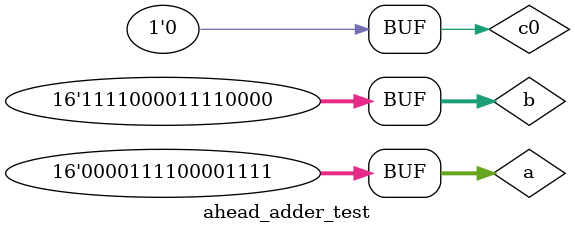
<source format=v>
`timescale 1ns / 1ps


module ahead_adder_test;

	// Inputs
	reg [15:0] a;
	reg [15:0] b;
	reg c0;
	
	// Outputs
	wire [15:0] f;
	wire c;
	
	// Instantiate the Unit Under Test (UUT)
	AheadAdder16bit_module uut (
		.a(a), 
		.b(b), 
		.c0(c0), 
		.f(f), 
		.c(c)
	);
	
	initial begin
		// Initialize Inputs
		a = 16'h0000; b = 16'h0000; c0 = 0;
	
		// Wait 25 ns for global reset to finish
		#25; a = 16'h1111; b = 16'h1111; c0 = 0;
		#25; a = 16'h3333; b = 16'h3333; c0 = 0;
		#25; a = 16'h5555; b = 16'h5555; c0 = 0;
		#25; a = 16'h7777; b = 16'h7777; c0 = 0;
		#25; a = 16'h9999; b = 16'h9999; c0 = 0;	
		#25; a = 16'hbbbb; b = 16'hbbbb; c0 = 0;
		#25; a = 16'hdddd; b = 16'hdddd; c0 = 0;
		#25; a = 16'hffff; b = 16'hffff; c0 = 0;
		
		#25; a = 16'h1111; b = 16'h1111; c0 = 1;
		#25; a = 16'h3333; b = 16'h3333; c0 = 1;
		#25; a = 16'h5555; b = 16'h5555; c0 = 1;
		#25; a = 16'h7777; b = 16'h7777; c0 = 1;
		#25; a = 16'h9999; b = 16'h9999; c0 = 1;	
		#25; a = 16'hbbbb; b = 16'hbbbb; c0 = 1;
		#25; a = 16'hdddd; b = 16'hdddd; c0 = 1;
		#25; a = 16'hffff; b = 16'hffff; c0 = 1;
	
		#25; a = 16'h1111; b = 16'h3333; c0 = 0;
		#25; a = 16'h3333; b = 16'h5555; c0 = 0;
		#25; a = 16'h5555; b = 16'h7777; c0 = 0;
		#25; a = 16'h7777; b = 16'h9999; c0 = 0;
		#25; a = 16'h9999; b = 16'hbbbb; c0 = 0;	
		#25; a = 16'hbbbb; b = 16'hdddd; c0 = 0;
		#25; a = 16'hdddd; b = 16'hffff; c0 = 0;
		
		#25; a = 16'h1111; b = 16'h3333; c0 = 1;
		#25; a = 16'h3333; b = 16'h5555; c0 = 1;
		#25; a = 16'h5555; b = 16'h7777; c0 = 1;
		#5; a = 16'h7777; b = 16'h9999; c0 = 1;
		#25; a = 16'h9999; b = 16'hbbbb; c0 = 1;	
		#25; a = 16'hbbbb; b = 16'hdddd; c0 = 1;
		#25; a = 16'hdddd; b = 16'hffff; c0 = 1;
	
		#25; a = 16'h0101; b = 16'h1010; c0 = 0;
		#25; a = 16'h0303; b = 16'h3030; c0 = 0;
		#25; a = 16'h0505; b = 16'h5050; c0 = 0;
		#25; a = 16'h0707; b = 16'h7070; c0 = 0;
		#25; a = 16'h0909; b = 16'h9090; c0 = 0;	
		#25; a = 16'h0b0b; b = 16'hb0b0; c0 = 0;
		#25; a = 16'h0d0d; b = 16'hd0d0; c0 = 0;
		#25; a = 16'h0f0f; b = 16'hf0f0; c0 = 0;
	    
		// Add stimulus here
	
	end

endmodule


</source>
